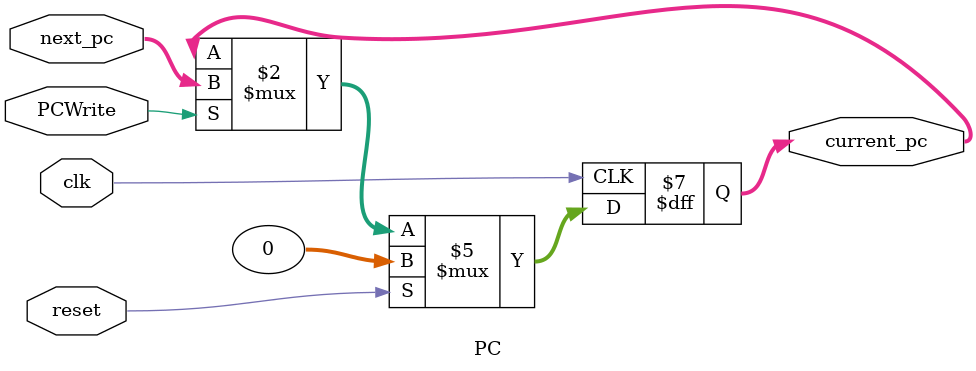
<source format=v>
`include "opcodes.v"

module PC #(parameter word_size = 32) (
          input reset, 
          input clk, 
          input PCWrite,
          input [word_size-1 : 0] next_pc,
          output reg [word_size-1 : 0] current_pc);

always @(posedge clk)
begin 
    if (reset) current_pc <= 0;
    else if (PCWrite) current_pc <= next_pc;
end

endmodule

</source>
